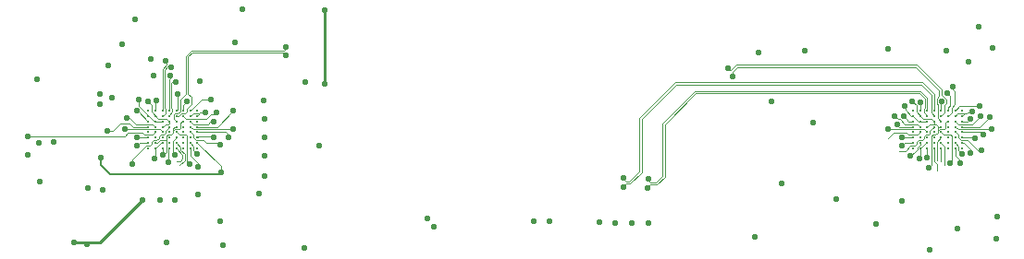
<source format=gbr>
G04 #@! TF.GenerationSoftware,KiCad,Pcbnew,5.0.2+dfsg1-1~bpo9+1*
G04 #@! TF.CreationDate,2019-09-20T17:36:01+02:00*
G04 #@! TF.ProjectId,OV9281,4f563932-3831-42e6-9b69-6361645f7063,rev?*
G04 #@! TF.SameCoordinates,Original*
G04 #@! TF.FileFunction,Copper,L4,Bot*
G04 #@! TF.FilePolarity,Positive*
%FSLAX46Y46*%
G04 Gerber Fmt 4.6, Leading zero omitted, Abs format (unit mm)*
G04 Created by KiCad (PCBNEW 5.0.2+dfsg1-1~bpo9+1) date Fri 20 Sep 2019 05:36:01 PM CEST*
%MOMM*%
%LPD*%
G01*
G04 APERTURE LIST*
G04 #@! TA.AperFunction,BGAPad,CuDef*
%ADD10C,0.200000*%
G04 #@! TD*
G04 #@! TA.AperFunction,ViaPad*
%ADD11C,0.550000*%
G04 #@! TD*
G04 #@! TA.AperFunction,Conductor*
%ADD12C,0.254000*%
G04 #@! TD*
G04 #@! TA.AperFunction,Conductor*
%ADD13C,0.100000*%
G04 #@! TD*
G04 #@! TA.AperFunction,Conductor*
%ADD14C,0.150000*%
G04 #@! TD*
G04 APERTURE END LIST*
D10*
G04 #@! TO.P,U2,H6*
G04 #@! TO.N,/M2_DOVDD*
X115712500Y-110786000D03*
G04 #@! TO.P,U2,H8*
G04 #@! TO.N,N/C*
X116992500Y-110786000D03*
G04 #@! TO.P,U2,H4*
G04 #@! TO.N,/CAM_R_CLK_N*
X114432500Y-110786000D03*
G04 #@! TO.P,U2,H5*
G04 #@! TO.N,/M2_DVDD*
X115072500Y-110786000D03*
G04 #@! TO.P,U2,H7*
G04 #@! TO.N,/M2_AGND*
X116352500Y-110786000D03*
G04 #@! TO.P,U2,H1*
G04 #@! TO.N,N/C*
X112512500Y-110786000D03*
G04 #@! TO.P,U2,H2*
G04 #@! TO.N,/M2_DOVDD*
X113152500Y-110786000D03*
G04 #@! TO.P,U2,H3*
G04 #@! TO.N,/CAM_R_D0_N*
X113792500Y-110786000D03*
G04 #@! TO.P,U2,G6*
G04 #@! TO.N,/M2_DVDD*
X115712500Y-111286000D03*
G04 #@! TO.P,U2,G8*
G04 #@! TO.N,/M2_AVDD*
X116992500Y-111286000D03*
G04 #@! TO.P,U2,G4*
G04 #@! TO.N,/CAM_R_CLK_P*
X114432500Y-111286000D03*
G04 #@! TO.P,U2,G5*
G04 #@! TO.N,/CAM_R_D1_P*
X115072500Y-111286000D03*
G04 #@! TO.P,U2,G7*
G04 #@! TO.N,/M2_AVDD*
X116352500Y-111286000D03*
G04 #@! TO.P,U2,G1*
G04 #@! TO.N,/M2_DVDD*
X112512500Y-111286000D03*
G04 #@! TO.P,U2,G2*
G04 #@! TO.N,/M2_DGND*
X113152500Y-111286000D03*
G04 #@! TO.P,U2,G3*
G04 #@! TO.N,/CAM_R_D0_P*
X113792500Y-111286000D03*
G04 #@! TO.P,U2,F6*
G04 #@! TO.N,/M2_DGND*
X115712500Y-111786000D03*
G04 #@! TO.P,U2,F8*
G04 #@! TO.N,/M2_AGND*
X116992500Y-111786000D03*
G04 #@! TO.P,U2,F4*
G04 #@! TO.N,/M2_DGND*
X114432500Y-111786000D03*
G04 #@! TO.P,U2,F5*
G04 #@! TO.N,/CAM_R_D1_N*
X115072500Y-111786000D03*
G04 #@! TO.P,U2,F7*
G04 #@! TO.N,/M2_VN3*
X116352500Y-111786000D03*
G04 #@! TO.P,U2,F1*
G04 #@! TO.N,/M2_DGND*
X112512500Y-111786000D03*
G04 #@! TO.P,U2,F2*
G04 #@! TO.N,/M2_DVDD*
X113152500Y-111786000D03*
G04 #@! TO.P,U2,F3*
X113792500Y-111786000D03*
G04 #@! TO.P,U2,E6*
G04 #@! TO.N,Net-(U2-PadE6)*
X115712500Y-112286000D03*
G04 #@! TO.P,U2,E8*
G04 #@! TO.N,/M2_VH*
X116992500Y-112286000D03*
G04 #@! TO.P,U2,E4*
G04 #@! TO.N,/M2_CAM_SCL_1V8*
X114432500Y-112286000D03*
G04 #@! TO.P,U2,E5*
G04 #@! TO.N,/M2_DGND*
X115072500Y-112286000D03*
G04 #@! TO.P,U2,E7*
G04 #@! TO.N,/M2_VN2*
X116352500Y-112286000D03*
G04 #@! TO.P,U2,E1*
G04 #@! TO.N,/M2_SID*
X112512500Y-112286000D03*
G04 #@! TO.P,U2,E2*
G04 #@! TO.N,/M2_MCLK_M*
X113152500Y-112286000D03*
G04 #@! TO.P,U2,E3*
G04 #@! TO.N,/M2_DGND*
X113792500Y-112286000D03*
G04 #@! TO.P,U2,D6*
G04 #@! TO.N,Net-(U2-PadD6)*
X115712500Y-112786000D03*
G04 #@! TO.P,U2,D8*
G04 #@! TO.N,/M2_DVDD*
X116992500Y-112786000D03*
G04 #@! TO.P,U2,D4*
G04 #@! TO.N,Net-(U2-PadD4)*
X114432500Y-112786000D03*
G04 #@! TO.P,U2,D5*
G04 #@! TO.N,/M2_PVDD*
X115072500Y-112786000D03*
G04 #@! TO.P,U2,D7*
G04 #@! TO.N,/M2_VN1*
X116352500Y-112786000D03*
G04 #@! TO.P,U2,D1*
G04 #@! TO.N,Net-(U2-PadD1)*
X112512500Y-112786000D03*
G04 #@! TO.P,U2,D2*
G04 #@! TO.N,/M2_AGND*
X113152500Y-112786000D03*
G04 #@! TO.P,U2,D3*
G04 #@! TO.N,/M2_DOVDD*
X113792500Y-112786000D03*
G04 #@! TO.P,U2,C6*
G04 #@! TO.N,Net-(U2-PadC6)*
X115712500Y-113286000D03*
G04 #@! TO.P,U2,C8*
G04 #@! TO.N,/M2_AGND*
X116992500Y-113286000D03*
G04 #@! TO.P,U2,C4*
G04 #@! TO.N,Net-(U2-PadC4)*
X114432500Y-113286000D03*
G04 #@! TO.P,U2,C5*
G04 #@! TO.N,/M2_DVDD*
X115072500Y-113286000D03*
G04 #@! TO.P,U2,C7*
G04 #@! TO.N,Net-(U2-PadC7)*
X116352500Y-113286000D03*
G04 #@! TO.P,U2,C1*
G04 #@! TO.N,/M2_AVDD*
X112512500Y-113286000D03*
G04 #@! TO.P,U2,C2*
G04 #@! TO.N,Net-(U2-PadC2)*
X113152500Y-113286000D03*
G04 #@! TO.P,U2,C3*
G04 #@! TO.N,Net-(U2-PadC3)*
X113792500Y-113286000D03*
G04 #@! TO.P,U2,B6*
G04 #@! TO.N,Net-(U2-PadB6)*
X115712500Y-113786000D03*
G04 #@! TO.P,U2,B8*
G04 #@! TO.N,/M2_AVDD*
X116992500Y-113786000D03*
G04 #@! TO.P,U2,B4*
G04 #@! TO.N,Net-(U2-PadB4)*
X114432500Y-113786000D03*
G04 #@! TO.P,U2,B5*
G04 #@! TO.N,/M2_VSYNC_1V8*
X115072500Y-113786000D03*
G04 #@! TO.P,U2,B7*
G04 #@! TO.N,/M2_DOVDD*
X116352500Y-113786000D03*
G04 #@! TO.P,U2,B1*
G04 #@! TO.N,/M2_DVDD*
X112512500Y-113786000D03*
G04 #@! TO.P,U2,B2*
G04 #@! TO.N,/M2_DGND*
X113152500Y-113786000D03*
G04 #@! TO.P,U2,B3*
G04 #@! TO.N,/M2_DVDD*
X113792500Y-113786000D03*
G04 #@! TO.P,U2,A8*
G04 #@! TO.N,N/C*
X116992500Y-114286000D03*
G04 #@! TO.P,U2,A7*
G04 #@! TO.N,/M2_DGND*
X116352500Y-114286000D03*
G04 #@! TO.P,U2,A6*
G04 #@! TO.N,Net-(U2-PadA6)*
X115712500Y-114286000D03*
G04 #@! TO.P,U2,A5*
G04 #@! TO.N,/CAM_NRST_1V8*
X115072500Y-114286000D03*
G04 #@! TO.P,U2,A4*
G04 #@! TO.N,/M2_CAM_SDA_1V8*
X114432500Y-114286000D03*
G04 #@! TO.P,U2,A3*
G04 #@! TO.N,/M2_DGND*
X113792500Y-114286000D03*
G04 #@! TO.P,U2,A2*
G04 #@! TO.N,/M2_DVDD*
X113152500Y-114286000D03*
G04 #@! TO.P,U2,A1*
G04 #@! TO.N,N/C*
X112512500Y-114286000D03*
G04 #@! TD*
G04 #@! TO.P,U1,H6*
G04 #@! TO.N,/M1_DOVDD*
X185712500Y-110786000D03*
G04 #@! TO.P,U1,H8*
G04 #@! TO.N,N/C*
X186992500Y-110786000D03*
G04 #@! TO.P,U1,H4*
G04 #@! TO.N,/CAM_L_CLK_N*
X184432500Y-110786000D03*
G04 #@! TO.P,U1,H5*
G04 #@! TO.N,/M1_DVDD*
X185072500Y-110786000D03*
G04 #@! TO.P,U1,H7*
G04 #@! TO.N,/M1_AGND*
X186352500Y-110786000D03*
G04 #@! TO.P,U1,H1*
G04 #@! TO.N,N/C*
X182512500Y-110786000D03*
G04 #@! TO.P,U1,H2*
G04 #@! TO.N,/M1_DOVDD*
X183152500Y-110786000D03*
G04 #@! TO.P,U1,H3*
G04 #@! TO.N,/CAM_L_D0_N*
X183792500Y-110786000D03*
G04 #@! TO.P,U1,G6*
G04 #@! TO.N,/M1_DVDD*
X185712500Y-111286000D03*
G04 #@! TO.P,U1,G8*
G04 #@! TO.N,/M1_AVDD*
X186992500Y-111286000D03*
G04 #@! TO.P,U1,G4*
G04 #@! TO.N,/CAM_L_CLK_P*
X184432500Y-111286000D03*
G04 #@! TO.P,U1,G5*
G04 #@! TO.N,/CAM_L_D1_P*
X185072500Y-111286000D03*
G04 #@! TO.P,U1,G7*
G04 #@! TO.N,/M1_AVDD*
X186352500Y-111286000D03*
G04 #@! TO.P,U1,G1*
G04 #@! TO.N,/M1_DVDD*
X182512500Y-111286000D03*
G04 #@! TO.P,U1,G2*
G04 #@! TO.N,/M1_DGND*
X183152500Y-111286000D03*
G04 #@! TO.P,U1,G3*
G04 #@! TO.N,/CAM_L_D0_P*
X183792500Y-111286000D03*
G04 #@! TO.P,U1,F6*
G04 #@! TO.N,/M1_DGND*
X185712500Y-111786000D03*
G04 #@! TO.P,U1,F8*
G04 #@! TO.N,/M1_AGND*
X186992500Y-111786000D03*
G04 #@! TO.P,U1,F4*
G04 #@! TO.N,/M1_DGND*
X184432500Y-111786000D03*
G04 #@! TO.P,U1,F5*
G04 #@! TO.N,/CAM_L_D1_N*
X185072500Y-111786000D03*
G04 #@! TO.P,U1,F7*
G04 #@! TO.N,/M1_VN3*
X186352500Y-111786000D03*
G04 #@! TO.P,U1,F1*
G04 #@! TO.N,/M1_DGND*
X182512500Y-111786000D03*
G04 #@! TO.P,U1,F2*
G04 #@! TO.N,/M1_DVDD*
X183152500Y-111786000D03*
G04 #@! TO.P,U1,F3*
X183792500Y-111786000D03*
G04 #@! TO.P,U1,E6*
G04 #@! TO.N,Net-(U1-PadE6)*
X185712500Y-112286000D03*
G04 #@! TO.P,U1,E8*
G04 #@! TO.N,/M1_VH*
X186992500Y-112286000D03*
G04 #@! TO.P,U1,E4*
G04 #@! TO.N,/M1_CAM_SCL_1V8*
X184432500Y-112286000D03*
G04 #@! TO.P,U1,E5*
G04 #@! TO.N,/M1_DGND*
X185072500Y-112286000D03*
G04 #@! TO.P,U1,E7*
G04 #@! TO.N,/M1_VN2*
X186352500Y-112286000D03*
G04 #@! TO.P,U1,E1*
G04 #@! TO.N,/M1_SID*
X182512500Y-112286000D03*
G04 #@! TO.P,U1,E2*
G04 #@! TO.N,/M1_MCLK*
X183152500Y-112286000D03*
G04 #@! TO.P,U1,E3*
G04 #@! TO.N,/M1_DGND*
X183792500Y-112286000D03*
G04 #@! TO.P,U1,D6*
G04 #@! TO.N,Net-(U1-PadD6)*
X185712500Y-112786000D03*
G04 #@! TO.P,U1,D8*
G04 #@! TO.N,/M1_DVDD*
X186992500Y-112786000D03*
G04 #@! TO.P,U1,D4*
G04 #@! TO.N,Net-(U1-PadD4)*
X184432500Y-112786000D03*
G04 #@! TO.P,U1,D5*
G04 #@! TO.N,/M1_PVDD*
X185072500Y-112786000D03*
G04 #@! TO.P,U1,D7*
G04 #@! TO.N,/M1_VN1*
X186352500Y-112786000D03*
G04 #@! TO.P,U1,D1*
G04 #@! TO.N,Net-(U1-PadD1)*
X182512500Y-112786000D03*
G04 #@! TO.P,U1,D2*
G04 #@! TO.N,/M1_AGND*
X183152500Y-112786000D03*
G04 #@! TO.P,U1,D3*
G04 #@! TO.N,/M1_DOVDD*
X183792500Y-112786000D03*
G04 #@! TO.P,U1,C6*
G04 #@! TO.N,Net-(U1-PadC6)*
X185712500Y-113286000D03*
G04 #@! TO.P,U1,C8*
G04 #@! TO.N,/M1_AGND*
X186992500Y-113286000D03*
G04 #@! TO.P,U1,C4*
G04 #@! TO.N,Net-(U1-PadC4)*
X184432500Y-113286000D03*
G04 #@! TO.P,U1,C5*
G04 #@! TO.N,/M1_DVDD*
X185072500Y-113286000D03*
G04 #@! TO.P,U1,C7*
G04 #@! TO.N,Net-(U1-PadC7)*
X186352500Y-113286000D03*
G04 #@! TO.P,U1,C1*
G04 #@! TO.N,/M1_AVDD*
X182512500Y-113286000D03*
G04 #@! TO.P,U1,C2*
G04 #@! TO.N,Net-(U1-PadC2)*
X183152500Y-113286000D03*
G04 #@! TO.P,U1,C3*
G04 #@! TO.N,Net-(U1-PadC3)*
X183792500Y-113286000D03*
G04 #@! TO.P,U1,B6*
G04 #@! TO.N,Net-(U1-PadB6)*
X185712500Y-113786000D03*
G04 #@! TO.P,U1,B8*
G04 #@! TO.N,/M1_AVDD*
X186992500Y-113786000D03*
G04 #@! TO.P,U1,B4*
G04 #@! TO.N,Net-(U1-PadB4)*
X184432500Y-113786000D03*
G04 #@! TO.P,U1,B5*
G04 #@! TO.N,/M1_VSYNC_1V8*
X185072500Y-113786000D03*
G04 #@! TO.P,U1,B7*
G04 #@! TO.N,/M1_DOVDD*
X186352500Y-113786000D03*
G04 #@! TO.P,U1,B1*
G04 #@! TO.N,/M1_DVDD*
X182512500Y-113786000D03*
G04 #@! TO.P,U1,B2*
G04 #@! TO.N,/M1_DGND*
X183152500Y-113786000D03*
G04 #@! TO.P,U1,B3*
G04 #@! TO.N,/M1_DVDD*
X183792500Y-113786000D03*
G04 #@! TO.P,U1,A8*
G04 #@! TO.N,N/C*
X186992500Y-114286000D03*
G04 #@! TO.P,U1,A7*
G04 #@! TO.N,/M1_DGND*
X186352500Y-114286000D03*
G04 #@! TO.P,U1,A6*
G04 #@! TO.N,Net-(U1-PadA6)*
X185712500Y-114286000D03*
G04 #@! TO.P,U1,A5*
G04 #@! TO.N,/CAM_NRST_1V8*
X185072500Y-114286000D03*
G04 #@! TO.P,U1,A4*
G04 #@! TO.N,/M1_CAM_SDA_1V8*
X184432500Y-114286000D03*
G04 #@! TO.P,U1,A3*
G04 #@! TO.N,/M1_DGND*
X183792500Y-114286000D03*
G04 #@! TO.P,U1,A2*
G04 #@! TO.N,/M1_DVDD*
X183152500Y-114286000D03*
G04 #@! TO.P,U1,A1*
G04 #@! TO.N,N/C*
X182512500Y-114286000D03*
G04 #@! TD*
D11*
G04 #@! TO.N,GND*
X190178000Y-120540000D03*
X184028000Y-123590000D03*
X119302500Y-123136000D03*
X108802500Y-106680000D03*
X111252500Y-102386000D03*
X120402500Y-104536000D03*
X112002500Y-119010990D03*
X128102500Y-114036000D03*
X158252500Y-121136000D03*
X156752500Y-121136000D03*
X155252500Y-121136000D03*
X153752500Y-121086000D03*
X149252500Y-120986000D03*
X147752500Y-120986000D03*
X181452500Y-119136000D03*
X179128000Y-121240000D03*
X169552500Y-109986000D03*
X180202500Y-105136000D03*
X106852502Y-123086000D03*
X112952500Y-107586000D03*
X105659361Y-122944832D03*
X185552500Y-105285998D03*
G04 #@! TO.N,+3V3*
X119102500Y-120986000D03*
X114152500Y-122936000D03*
X126802500Y-123436000D03*
X138052500Y-120736000D03*
X138652500Y-121436000D03*
X190152500Y-122586000D03*
X168052500Y-122385998D03*
X186552500Y-121636000D03*
X128652500Y-108386000D03*
X121152500Y-101486000D03*
X128652500Y-101585994D03*
G04 #@! TO.N,+2V8*
X173352500Y-111936000D03*
X102521736Y-113785335D03*
X101452500Y-114886000D03*
G04 #@! TO.N,+1V8*
X112752500Y-106034577D03*
X110102500Y-104736000D03*
X188502500Y-103086000D03*
X189752500Y-105036000D03*
X172552500Y-105336000D03*
X168352500Y-105436000D03*
X187602494Y-106286000D03*
X126852500Y-108186000D03*
X117252500Y-108086000D03*
X102352500Y-107886000D03*
G04 #@! TO.N,+1V2*
X102552500Y-117286000D03*
X175502500Y-118936000D03*
X170452500Y-117486000D03*
G04 #@! TO.N,/CAM_L_D1_P*
X165532500Y-106926000D03*
G04 #@! TO.N,/CAM_L_D1_N*
X165942500Y-107646000D03*
G04 #@! TO.N,/CAM_R_D1_N*
X125102500Y-104996000D03*
G04 #@! TO.N,/CAM_R_D1_P*
X125112500Y-105736000D03*
G04 #@! TO.N,/CAM_L_CLK_P*
X156012500Y-117836000D03*
G04 #@! TO.N,/CAM_L_CLK_N*
X156022500Y-116966000D03*
G04 #@! TO.N,/CAM_R_CLK_N*
X114542500Y-107546000D03*
G04 #@! TO.N,/CAM_R_CLK_P*
X115042500Y-108136000D03*
G04 #@! TO.N,/CAM_L_D0_N*
X158242500Y-117056000D03*
G04 #@! TO.N,/CAM_L_D0_P*
X158212500Y-117916000D03*
G04 #@! TO.N,/CAM_R_D0_N*
X114102500Y-106266000D03*
G04 #@! TO.N,/CAM_R_D0_P*
X114632500Y-106836000D03*
G04 #@! TO.N,/M1_DOVDD*
X186990000Y-114820000D03*
X183140000Y-110020000D03*
X180225000Y-112525000D03*
X185619792Y-109207262D03*
G04 #@! TO.N,/M1_AGND*
X187752500Y-111586000D03*
X188190000Y-113320000D03*
X188602500Y-110386000D03*
G04 #@! TO.N,/M1_DVDD*
X183060000Y-115240000D03*
X181760000Y-110360000D03*
X181460000Y-114020000D03*
X188921426Y-113033159D03*
X186172500Y-108596000D03*
X185090009Y-109960000D03*
G04 #@! TO.N,/M1_AVDD*
X187730000Y-114660000D03*
X187952500Y-110886000D03*
X181440000Y-113290000D03*
G04 #@! TO.N,/M1_DGND*
X186822500Y-115596000D03*
X183790000Y-115100000D03*
X182430000Y-109940000D03*
X182270000Y-114980000D03*
X183920000Y-116010000D03*
X181609254Y-111291699D03*
G04 #@! TO.N,/M1_VN3*
X188702520Y-111286000D03*
G04 #@! TO.N,/M1_VH*
X189502500Y-111386000D03*
G04 #@! TO.N,/M1_VN2*
X189652500Y-112536004D03*
G04 #@! TO.N,/M1_SID*
X181025000Y-112036000D03*
G04 #@! TO.N,/M1_MCLK*
X180825000Y-111300000D03*
G04 #@! TO.N,/M1_PVDD*
X185852500Y-115636000D03*
G04 #@! TO.N,/M1_VN1*
X188752500Y-114436000D03*
G04 #@! TO.N,/M2_DOVDD*
X116992500Y-114820000D03*
X113262500Y-109866000D03*
X115992500Y-109996000D03*
X110352521Y-112473811D03*
G04 #@! TO.N,/M2_AGND*
X103852500Y-113686000D03*
X122652500Y-118386000D03*
X118482500Y-113276000D03*
X123052500Y-109885992D03*
X123152500Y-111586000D03*
X123152500Y-113286000D03*
X123152500Y-114985994D03*
X123152500Y-116786000D03*
X101436159Y-113161289D03*
X118234294Y-109767794D03*
G04 #@! TO.N,/M2_DVDD*
X111462500Y-114020000D03*
X113062500Y-115240000D03*
X119872500Y-113286000D03*
X118712500Y-110946000D03*
X115152500Y-109286000D03*
X111652500Y-109786000D03*
X114952500Y-114886000D03*
G04 #@! TO.N,/M2_AVDD*
X117702500Y-110970000D03*
X111442500Y-113290000D03*
X119126000Y-116486002D03*
X108152500Y-115130000D03*
G04 #@! TO.N,/M2_DGND*
X112471751Y-109936215D03*
X109152500Y-109586000D03*
X114952500Y-118986000D03*
X113552500Y-118986000D03*
X106952496Y-117886000D03*
X108352500Y-118086000D03*
X113852500Y-114886000D03*
X117052500Y-118486000D03*
X108052500Y-110186000D03*
X108052502Y-109286000D03*
X117062500Y-115986000D03*
X111456145Y-110782590D03*
G04 #@! TO.N,/M2_VN3*
X118525000Y-111806000D03*
G04 #@! TO.N,/M2_VH*
X120295000Y-110786000D03*
G04 #@! TO.N,/M2_CAM_SCL_1V8*
X111002500Y-115686000D03*
G04 #@! TO.N,/M2_VN2*
X120265000Y-112536000D03*
G04 #@! TO.N,/M2_SID*
X108745000Y-112636000D03*
G04 #@! TO.N,/M2_MCLK_M*
X110562500Y-111476000D03*
G04 #@! TO.N,/M2_PVDD*
X116277500Y-115750000D03*
G04 #@! TO.N,/M2_VN1*
X119042500Y-113926000D03*
G04 #@! TO.N,/M2_CAM_SDA_1V8*
X114352500Y-115536000D03*
G04 #@! TD*
D12*
G04 #@! TO.N,GND*
X106048269Y-122944832D02*
X105659361Y-122944832D01*
X112002500Y-119010990D02*
X108068658Y-122944832D01*
X108068658Y-122944832D02*
X106048269Y-122944832D01*
G04 #@! TO.N,+3V3*
X128652500Y-108386000D02*
X128652500Y-101585994D01*
D13*
G04 #@! TO.N,/CAM_L_D1_P*
X166311078Y-106586000D02*
X165823211Y-107073867D01*
X182861073Y-106586000D02*
X166311078Y-106586000D01*
X185112510Y-108837437D02*
X182861073Y-106586000D01*
X185552500Y-109776498D02*
X185112510Y-109336508D01*
X185112510Y-109336508D02*
X185112510Y-108837437D01*
X185072500Y-111286000D02*
X185372501Y-110985999D01*
X165823211Y-107073867D02*
X165540367Y-107073867D01*
X185372501Y-110323501D02*
X185552500Y-110143502D01*
X185552500Y-110143502D02*
X185552500Y-109776498D01*
X185372501Y-110985999D02*
X185372501Y-110323501D01*
G04 #@! TO.N,/CAM_L_D1_N*
X185070000Y-111790000D02*
X185072500Y-111787500D01*
X165964633Y-107498133D02*
X165964633Y-107215289D01*
X184862500Y-108940994D02*
X184862500Y-109476000D01*
X165964633Y-107215289D02*
X166393922Y-106786000D01*
X185072500Y-111787500D02*
X185072500Y-111786000D01*
X166393922Y-106786000D02*
X182707506Y-106786000D01*
X182707506Y-106786000D02*
X184862500Y-108940994D01*
X184792499Y-110281901D02*
X184792499Y-111512499D01*
X184664999Y-110154401D02*
X184792499Y-110281901D01*
X184862500Y-109476000D02*
X184664999Y-109673501D01*
X184792499Y-111512499D02*
X185070000Y-111790000D01*
X184664999Y-109673501D02*
X184664999Y-110154401D01*
G04 #@! TO.N,/CAM_R_D1_N*
X115075000Y-111787500D02*
X115072500Y-111790000D01*
X115075000Y-111786000D02*
X115075000Y-111787500D01*
X114812500Y-111526000D02*
X115072500Y-111786000D01*
X114812500Y-111166000D02*
X114812500Y-111526000D01*
X114942500Y-111036000D02*
X114812500Y-111166000D01*
X115402500Y-110856000D02*
X115222500Y-111036000D01*
X124912500Y-105276000D02*
X116431078Y-105276000D01*
X115222500Y-111036000D02*
X114942500Y-111036000D01*
X125112500Y-105076000D02*
X124912500Y-105276000D01*
X116431078Y-105276000D02*
X115942500Y-105764578D01*
X115942500Y-109256000D02*
X115402500Y-109796000D01*
X115402500Y-109796000D02*
X115402500Y-110856000D01*
X115942500Y-105764578D02*
X115942500Y-109256000D01*
G04 #@! TO.N,/CAM_R_D1_P*
X124912500Y-105476000D02*
X125112500Y-105676000D01*
X116513922Y-105476000D02*
X124912500Y-105476000D01*
X116142500Y-105847422D02*
X116513922Y-105476000D01*
X116142500Y-109276000D02*
X116142500Y-105847422D01*
X116422500Y-109556000D02*
X116142500Y-109276000D01*
X115292500Y-111286000D02*
X115542500Y-111036000D01*
X115072500Y-111286000D02*
X115292500Y-111286000D01*
X116052500Y-110596000D02*
X116422500Y-110226000D01*
X115542500Y-111036000D02*
X115902500Y-111036000D01*
X115902500Y-111036000D02*
X116052500Y-110886000D01*
X116422500Y-110226000D02*
X116422500Y-109556000D01*
X116052500Y-110886000D02*
X116052500Y-110596000D01*
G04 #@! TO.N,/CAM_L_CLK_P*
X184152499Y-111005999D02*
X184432500Y-111286000D01*
X184152499Y-110651599D02*
X184152499Y-111005999D01*
X184222500Y-110581598D02*
X184152499Y-110651599D01*
X157685000Y-116453494D02*
X157685000Y-111563494D01*
X160833494Y-108415000D02*
X183256506Y-108415000D01*
X156060000Y-117710000D02*
X156255000Y-117515000D01*
X156255000Y-117515000D02*
X156623494Y-117515000D01*
X156623494Y-117515000D02*
X157685000Y-116453494D01*
X184222500Y-109380994D02*
X184222500Y-110581598D01*
X157685000Y-111563494D02*
X160833494Y-108415000D01*
X183256506Y-108415000D02*
X184222500Y-109380994D01*
G04 #@! TO.N,/CAM_L_CLK_N*
X157475000Y-111476506D02*
X160746506Y-108205000D01*
X157475000Y-116366506D02*
X157475000Y-111476506D01*
X156536506Y-117305000D02*
X157475000Y-116366506D01*
X156255000Y-117305000D02*
X156536506Y-117305000D01*
X160746506Y-108205000D02*
X183343494Y-108205000D01*
X183343494Y-108205000D02*
X184432500Y-109294006D01*
X184432500Y-109294006D02*
X184432500Y-110786000D01*
X156060000Y-117110000D02*
X156255000Y-117305000D01*
G04 #@! TO.N,/CAM_R_CLK_N*
X114432500Y-110786000D02*
X114432500Y-107904578D01*
X114432500Y-107904578D02*
X114530367Y-107806711D01*
X114530367Y-107806711D02*
X114530367Y-107523867D01*
G04 #@! TO.N,/CAM_R_CLK_P*
X114432500Y-111196000D02*
X114702500Y-110926000D01*
X114702500Y-110926000D02*
X114702500Y-110616000D01*
X114704634Y-108198132D02*
X114954633Y-107948133D01*
X114702500Y-110616000D02*
X114632500Y-110546000D01*
X114432500Y-111286000D02*
X114432500Y-111196000D01*
X114632500Y-110546000D02*
X114632500Y-108270266D01*
X114632500Y-108270266D02*
X114704634Y-108198132D01*
G04 #@! TO.N,/CAM_L_D0_N*
X183792500Y-109584006D02*
X183213494Y-109005000D01*
X183792500Y-110786000D02*
X183792500Y-109584006D01*
X183213494Y-109005000D02*
X162526506Y-109005000D01*
X162526506Y-109005000D02*
X159565000Y-111966506D01*
X159565000Y-111966506D02*
X159565000Y-116806506D01*
X159565000Y-116806506D02*
X158986506Y-117385000D01*
X158986506Y-117385000D02*
X158435000Y-117385000D01*
X158435000Y-117385000D02*
X158240000Y-117190000D01*
G04 #@! TO.N,/CAM_L_D0_P*
X162613494Y-109215000D02*
X159775000Y-112053494D01*
X183582500Y-110581598D02*
X183582500Y-109670994D01*
X183582500Y-111072500D02*
X183500000Y-110990000D01*
X183126506Y-109215000D02*
X162613494Y-109215000D01*
X183792500Y-111286000D02*
X183582500Y-111076000D01*
X183582500Y-111076000D02*
X183582500Y-111072500D01*
X183500000Y-110990000D02*
X183500000Y-110664098D01*
X183582500Y-109670994D02*
X183126506Y-109215000D01*
X183500000Y-110664098D02*
X183582500Y-110581598D01*
X159775000Y-112053494D02*
X159775000Y-116893494D01*
X158435000Y-117595000D02*
X158240000Y-117790000D01*
X159073494Y-117595000D02*
X158435000Y-117595000D01*
X159775000Y-116893494D02*
X159073494Y-117595000D01*
G04 #@! TO.N,/CAM_R_D0_N*
X113792500Y-106954578D02*
X114140367Y-106606711D01*
X113792500Y-110786000D02*
X113792500Y-106954578D01*
X114140367Y-106606711D02*
X114140367Y-106323867D01*
G04 #@! TO.N,/CAM_R_D0_P*
X113992500Y-107037422D02*
X114281789Y-106748133D01*
X113792500Y-111286000D02*
X114062500Y-111016000D01*
X114281789Y-106748133D02*
X114564633Y-106748133D01*
X113992500Y-110546000D02*
X113992500Y-107037422D01*
X114062500Y-110616000D02*
X113992500Y-110546000D01*
X114062500Y-111016000D02*
X114062500Y-110616000D01*
G04 #@! TO.N,/M1_DOVDD*
X186632501Y-114066001D02*
X186632501Y-114462501D01*
X186352500Y-113786000D02*
X186632501Y-114066001D01*
X186632501Y-114462501D02*
X186990000Y-114820000D01*
X183152500Y-110032500D02*
X183140000Y-110020000D01*
X183152500Y-110786000D02*
X183152500Y-110032500D01*
X183542500Y-112536000D02*
X182711000Y-112536000D01*
X183792500Y-112786000D02*
X183542500Y-112536000D01*
X181175000Y-112536000D02*
X180789000Y-112536000D01*
X182711000Y-112536000D02*
X181175000Y-112536000D01*
X181175000Y-112536000D02*
X180236000Y-112536000D01*
X180236000Y-112536000D02*
X180225000Y-112525000D01*
X185712500Y-110786000D02*
X185712500Y-110493932D01*
X185869791Y-109457261D02*
X185619792Y-109207262D01*
X185869791Y-110336641D02*
X185869791Y-109457261D01*
X185712500Y-110493932D02*
X185869791Y-110336641D01*
G04 #@! TO.N,/M1_AGND*
X186992500Y-111786000D02*
X187524000Y-111786000D01*
X187524000Y-111786000D02*
X187680000Y-111630000D01*
X180700000Y-112850000D02*
X180225000Y-113325000D01*
X181925000Y-112850000D02*
X180700000Y-112850000D01*
X182111000Y-113036000D02*
X181925000Y-112850000D01*
X182902500Y-113036000D02*
X182111000Y-113036000D01*
X183152500Y-112786000D02*
X182902500Y-113036000D01*
X188156000Y-113286000D02*
X188190000Y-113320000D01*
X186992500Y-113286000D02*
X188156000Y-113286000D01*
X188248947Y-110386000D02*
X188602500Y-110386000D01*
X186752500Y-110386000D02*
X188248947Y-110386000D01*
X186352500Y-110786000D02*
X186752500Y-110386000D01*
G04 #@! TO.N,/M1_DVDD*
X184712501Y-113645999D02*
X184712501Y-115402501D01*
X185072500Y-113286000D02*
X184712501Y-113645999D01*
X183652500Y-113786000D02*
X183152500Y-114286000D01*
X183792500Y-113786000D02*
X183652500Y-113786000D01*
X183152500Y-115147500D02*
X183060000Y-115240000D01*
X183152500Y-114286000D02*
X183152500Y-115147500D01*
X182335724Y-111286000D02*
X181780000Y-110730276D01*
X182512500Y-111286000D02*
X182335724Y-111286000D01*
X181780000Y-110380000D02*
X181760000Y-110360000D01*
X181780000Y-110730276D02*
X181780000Y-110380000D01*
X182512500Y-113786000D02*
X181694000Y-113786000D01*
X181694000Y-113786000D02*
X181460000Y-114020000D01*
X183792500Y-111786000D02*
X183152500Y-111786000D01*
X183012500Y-111786000D02*
X182512500Y-111286000D01*
X183152500Y-111786000D02*
X183012500Y-111786000D01*
X186992500Y-112786000D02*
X188674267Y-112786000D01*
X188674267Y-112786000D02*
X188921426Y-113033159D01*
X185712500Y-111286000D02*
X186040010Y-110958490D01*
X186040010Y-110958490D02*
X186040010Y-110519990D01*
X186329371Y-110230629D02*
X186329371Y-108997585D01*
X186040010Y-110519990D02*
X186329371Y-110230629D01*
X186329371Y-108997585D02*
X186079372Y-108747586D01*
X185072500Y-109977509D02*
X185090009Y-109960000D01*
X185072500Y-110786000D02*
X185072500Y-109977509D01*
G04 #@! TO.N,/M1_AVDD*
X187169276Y-113786000D02*
X187730000Y-114346724D01*
X186992500Y-113786000D02*
X187169276Y-113786000D01*
X187730000Y-114346724D02*
X187730000Y-114660000D01*
X186352500Y-111286000D02*
X186572499Y-111066001D01*
X187433999Y-111066001D02*
X187510000Y-110990000D01*
X187117499Y-111161001D02*
X187117499Y-111158502D01*
X187117499Y-111158502D02*
X187210000Y-111066001D01*
X186992500Y-111286000D02*
X187117499Y-111161001D01*
X186572499Y-111066001D02*
X187210000Y-111066001D01*
X187210000Y-111066001D02*
X187433999Y-111066001D01*
X187680000Y-110990000D02*
X187700000Y-110970000D01*
X187510000Y-110990000D02*
X187680000Y-110990000D01*
X181444000Y-113286000D02*
X181440000Y-113290000D01*
X182512500Y-113286000D02*
X181444000Y-113286000D01*
G04 #@! TO.N,/M1_DGND*
X186352500Y-114286000D02*
X186352500Y-114932500D01*
X186352500Y-114932500D02*
X186880000Y-115460000D01*
X183792500Y-115097500D02*
X183790000Y-115100000D01*
X183792500Y-114286000D02*
X183792500Y-115097500D01*
X182792501Y-110926001D02*
X182792501Y-110302501D01*
X183152500Y-111286000D02*
X182792501Y-110926001D01*
X182792501Y-110302501D02*
X182430000Y-109940000D01*
X184895724Y-112286000D02*
X184770000Y-112411724D01*
X185072500Y-112286000D02*
X184895724Y-112286000D01*
X184770000Y-112411724D02*
X184770000Y-112620000D01*
X183917499Y-112161001D02*
X183792500Y-112286000D01*
X184042501Y-112035999D02*
X183917499Y-112161001D01*
X184595999Y-112035999D02*
X184042501Y-112035999D01*
X184505723Y-112035999D02*
X184595999Y-112035999D01*
X184432500Y-111962776D02*
X184505723Y-112035999D01*
X184432500Y-111786000D02*
X184432500Y-111962776D01*
X184770000Y-112620000D02*
X184770000Y-112210000D01*
X184770000Y-112210000D02*
X184595999Y-112035999D01*
X185712500Y-111786000D02*
X185572500Y-111786000D01*
X184920000Y-112525000D02*
X185350000Y-112525000D01*
X184770000Y-112620000D02*
X184770000Y-112675000D01*
X184770000Y-112675000D02*
X184920000Y-112525000D01*
X185433500Y-112441500D02*
X185433500Y-111925000D01*
X185350000Y-112525000D02*
X185433500Y-112441500D01*
X185572500Y-111786000D02*
X185433500Y-111925000D01*
X182762501Y-114487499D02*
X182270000Y-114980000D01*
X183152500Y-113786000D02*
X183152500Y-113897500D01*
X183152500Y-113897500D02*
X182900000Y-114150000D01*
X182900000Y-114150000D02*
X182900000Y-114350000D01*
X182900000Y-114350000D02*
X182762501Y-114487499D01*
X184182500Y-111536000D02*
X184307501Y-111661001D01*
X184307501Y-111661001D02*
X184432500Y-111786000D01*
X183402500Y-111536000D02*
X184182500Y-111536000D01*
X183152500Y-111286000D02*
X183402500Y-111536000D01*
X184274000Y-113036000D02*
X184179999Y-113130001D01*
X184179999Y-115750001D02*
X184169999Y-115760001D01*
X184770000Y-112818502D02*
X184552502Y-113036000D01*
X184179999Y-113130001D02*
X184179999Y-115750001D01*
X184552502Y-113036000D02*
X184274000Y-113036000D01*
X184169999Y-115760001D02*
X183920000Y-116010000D01*
X184770000Y-112675000D02*
X184770000Y-112818502D01*
X182512500Y-111786000D02*
X182103555Y-111786000D01*
X182103555Y-111786000D02*
X181884253Y-111566698D01*
X181884253Y-111566698D02*
X181609254Y-111291699D01*
G04 #@! TO.N,/M1_VN3*
X186352500Y-111786000D02*
X186602500Y-112036000D01*
X187952520Y-112036000D02*
X188452521Y-111535999D01*
X188452521Y-111535999D02*
X188702520Y-111286000D01*
X186602500Y-112036000D02*
X187952520Y-112036000D01*
G04 #@! TO.N,/M1_VH*
X189252501Y-111635999D02*
X189502500Y-111386000D01*
X188602500Y-112286000D02*
X189252501Y-111635999D01*
X186992500Y-112286000D02*
X188602500Y-112286000D01*
G04 #@! TO.N,/M1_CAM_SCL_1V8*
X184307501Y-112410999D02*
X184307501Y-112417499D01*
X184432500Y-112286000D02*
X184307501Y-112410999D01*
X183314000Y-113536000D02*
X182989000Y-113536000D01*
X182989000Y-113536000D02*
X182850000Y-113675000D01*
X183475000Y-113200000D02*
X183475000Y-113375000D01*
X183475000Y-113375000D02*
X183314000Y-113536000D01*
X182850000Y-113675000D02*
X182850000Y-113818502D01*
X184307501Y-112410999D02*
X184042501Y-112675999D01*
X184042501Y-112675999D02*
X184042501Y-112906001D01*
X183639000Y-113036000D02*
X183475000Y-113200000D01*
X184042501Y-112906001D02*
X183912502Y-113036000D01*
X183912502Y-113036000D02*
X183639000Y-113036000D01*
X182850000Y-113818502D02*
X182632502Y-114036000D01*
X182632502Y-114036000D02*
X182264000Y-114036000D01*
X182264000Y-114036000D02*
X181775000Y-114525000D01*
X181775000Y-114525000D02*
X181225000Y-114525000D01*
G04 #@! TO.N,/M1_VN2*
X186602500Y-112536000D02*
X189298943Y-112536000D01*
X186352500Y-112286000D02*
X186602500Y-112536000D01*
X189298947Y-112536004D02*
X189652500Y-112536004D01*
X189298943Y-112536000D02*
X189298947Y-112536004D01*
G04 #@! TO.N,/M1_SID*
X181211000Y-112286000D02*
X181025000Y-112100000D01*
X182512500Y-112286000D02*
X181211000Y-112286000D01*
G04 #@! TO.N,/M1_MCLK*
X182902500Y-112036000D02*
X183152500Y-112286000D01*
X180825000Y-111300000D02*
X181099999Y-111574999D01*
X181291499Y-111574999D02*
X181752500Y-112036000D01*
X181099999Y-111574999D02*
X181291499Y-111574999D01*
X181752500Y-112036000D02*
X182902500Y-112036000D01*
G04 #@! TO.N,/M1_PVDD*
X186052500Y-115436000D02*
X185852500Y-115636000D01*
X185936000Y-113036000D02*
X186052500Y-113152500D01*
X186052500Y-113152500D02*
X186052500Y-115436000D01*
X185072500Y-112786000D02*
X185322500Y-113036000D01*
X185322500Y-113036000D02*
X185936000Y-113036000D01*
G04 #@! TO.N,/M1_VN1*
X188398947Y-114436000D02*
X188752500Y-114436000D01*
X186352500Y-112786000D02*
X186602501Y-113036001D01*
X186602501Y-113036001D02*
X186602501Y-113266003D01*
X187498947Y-113536000D02*
X188398947Y-114436000D01*
X186872498Y-113536000D02*
X187498947Y-113536000D01*
X186602501Y-113266003D02*
X186872498Y-113536000D01*
G04 #@! TO.N,/M1_VSYNC_1V8*
X185072500Y-113786000D02*
X185375000Y-114088500D01*
X185375000Y-114088500D02*
X185375000Y-115800000D01*
G04 #@! TO.N,/CAM_NRST_1V8*
X185072500Y-114286000D02*
X185072500Y-114672500D01*
X185072500Y-114672500D02*
X185072500Y-115447500D01*
X115420004Y-115447500D02*
X115075000Y-115447500D01*
X115075000Y-114286000D02*
X115075000Y-114301360D01*
X115075000Y-114301360D02*
X115627479Y-114853839D01*
X115627479Y-115240025D02*
X115420004Y-115447500D01*
X115627479Y-114853839D02*
X115627479Y-115240025D01*
G04 #@! TO.N,/M1_CAM_SDA_1V8*
X184432500Y-114286000D02*
X184432500Y-115466089D01*
X184680000Y-115713589D02*
X184680000Y-116340000D01*
X184432500Y-115466089D02*
X184680000Y-115713589D01*
G04 #@! TO.N,/M2_DOVDD*
X113545000Y-112536000D02*
X112713500Y-112536000D01*
X113795000Y-112786000D02*
X113545000Y-112536000D01*
X111177500Y-112536000D02*
X110791500Y-112536000D01*
X112713500Y-112536000D02*
X111177500Y-112536000D01*
X116635001Y-114066001D02*
X116635001Y-114462501D01*
X116355000Y-113786000D02*
X116635001Y-114066001D01*
X116635001Y-114462501D02*
X116992500Y-114820000D01*
X113155000Y-110032500D02*
X113142500Y-110020000D01*
X113155000Y-110786000D02*
X113155000Y-110032500D01*
X115742501Y-110245999D02*
X115992500Y-109996000D01*
X115715000Y-110786000D02*
X115715000Y-110273500D01*
X115715000Y-110273500D02*
X115742501Y-110245999D01*
X110301332Y-112525000D02*
X110352521Y-112473811D01*
X110227500Y-112525000D02*
X110301332Y-112525000D01*
X110706074Y-112473811D02*
X110352521Y-112473811D01*
X111177500Y-112536000D02*
X110768263Y-112536000D01*
X110768263Y-112536000D02*
X110706074Y-112473811D01*
G04 #@! TO.N,/M2_AGND*
X116995000Y-111786000D02*
X117035000Y-111746000D01*
X116995000Y-113286000D02*
X117095000Y-113186000D01*
X117095000Y-113186000D02*
X118398947Y-113186000D01*
X113155000Y-112786000D02*
X112905000Y-113036000D01*
X112905000Y-113036000D02*
X112113500Y-113036000D01*
X101825067Y-113161289D02*
X101436159Y-113161289D01*
X110642053Y-112850000D02*
X110330764Y-113161289D01*
X111927500Y-112850000D02*
X110642053Y-112850000D01*
X112113500Y-113036000D02*
X111927500Y-112850000D01*
X110330764Y-113161289D02*
X101825067Y-113161289D01*
X117845386Y-109767794D02*
X118234294Y-109767794D01*
X116355000Y-110786000D02*
X117373206Y-109767794D01*
X117373206Y-109767794D02*
X117845386Y-109767794D01*
G04 #@! TO.N,/M2_DVDD*
X112515000Y-113786000D02*
X111696500Y-113786000D01*
X111696500Y-113786000D02*
X111462500Y-114020000D01*
X113655000Y-113786000D02*
X113155000Y-114286000D01*
X113795000Y-113786000D02*
X113655000Y-113786000D01*
X113155000Y-115147500D02*
X113062500Y-115240000D01*
X113155000Y-114286000D02*
X113155000Y-115147500D01*
X116995000Y-112786000D02*
X119602502Y-112786000D01*
X119652503Y-112836001D02*
X119902502Y-113086000D01*
X119602502Y-112786000D02*
X119652503Y-112836001D01*
X115712500Y-111286000D02*
X115962500Y-111536000D01*
X117842672Y-111536000D02*
X118233661Y-111145011D01*
X118242289Y-111145011D02*
X118631197Y-111145011D01*
X115962500Y-111536000D02*
X117842672Y-111536000D01*
X118233661Y-111145011D02*
X118242289Y-111145011D01*
X115077500Y-110782000D02*
X115152500Y-110707000D01*
X115152500Y-110707000D02*
X115152500Y-109639553D01*
X115152500Y-109639553D02*
X115152500Y-109286000D01*
X113073422Y-111786000D02*
X111652500Y-110365078D01*
X111652500Y-110174908D02*
X111652500Y-109786000D01*
X113795000Y-111786000D02*
X113073422Y-111786000D01*
X111652500Y-110365078D02*
X111652500Y-110174908D01*
X114777501Y-113583499D02*
X114777501Y-114711001D01*
X114777501Y-114711001D02*
X114952500Y-114886000D01*
X115075000Y-113286000D02*
X114777501Y-113583499D01*
G04 #@! TO.N,/M2_AVDD*
X111446500Y-113286000D02*
X111442500Y-113290000D01*
X112515000Y-113286000D02*
X111446500Y-113286000D01*
X117512500Y-110990000D02*
X117682500Y-110990000D01*
X117682500Y-110990000D02*
X117702500Y-110970000D01*
X116604999Y-111036001D02*
X116355000Y-111286000D01*
X117112501Y-111036001D02*
X116604999Y-111036001D01*
X116995000Y-111286000D02*
X117119999Y-111161001D01*
X117178502Y-110970000D02*
X117702500Y-110970000D01*
X117112501Y-111036001D02*
X117178502Y-110970000D01*
X117119999Y-111043499D02*
X117112501Y-111036001D01*
X117119999Y-111161001D02*
X117119999Y-111043499D01*
X116995000Y-113786000D02*
X119126000Y-115917000D01*
X119126000Y-116097094D02*
X119126000Y-116486002D01*
X119126000Y-115917000D02*
X119126000Y-116097094D01*
D14*
X108152500Y-115786000D02*
X108152500Y-115130000D01*
X109022501Y-116656001D02*
X108152500Y-115786000D01*
X119126000Y-116486002D02*
X118956001Y-116656001D01*
X118956001Y-116656001D02*
X109022501Y-116656001D01*
D13*
G04 #@! TO.N,/M2_DGND*
X115715000Y-111786000D02*
X115575000Y-111786000D01*
X114922500Y-112525000D02*
X115352500Y-112525000D01*
X114772500Y-112620000D02*
X114772500Y-112675000D01*
X114772500Y-112675000D02*
X114922500Y-112525000D01*
X115436000Y-112441500D02*
X115436000Y-111925000D01*
X115352500Y-112525000D02*
X115436000Y-112441500D01*
X115575000Y-111786000D02*
X115436000Y-111925000D01*
X114898224Y-112286000D02*
X114772500Y-112411724D01*
X115075000Y-112286000D02*
X114898224Y-112286000D01*
X114772500Y-112411724D02*
X114772500Y-112620000D01*
X114276500Y-113036000D02*
X114142502Y-113169998D01*
X114555002Y-113036000D02*
X114276500Y-113036000D01*
X114772500Y-112818502D02*
X114555002Y-113036000D01*
X114772500Y-112675000D02*
X114772500Y-112818502D01*
X113795000Y-114286000D02*
X113782500Y-114298500D01*
X113202492Y-113736008D02*
X113152500Y-113786000D01*
X113352490Y-113736008D02*
X113202492Y-113736008D01*
X113552498Y-113536000D02*
X113352490Y-113736008D01*
X114092502Y-113536000D02*
X113552498Y-113536000D01*
X114142502Y-113486000D02*
X114092502Y-113536000D01*
X114142502Y-113169998D02*
X114142502Y-113486000D01*
X113792500Y-114286000D02*
X113792500Y-114427421D01*
X113792500Y-114427421D02*
X113802500Y-114437421D01*
X112721750Y-110186214D02*
X112471751Y-109936215D01*
X112795001Y-110259465D02*
X112721750Y-110186214D01*
X112795001Y-110926001D02*
X112795001Y-110259465D01*
X113795000Y-112286000D02*
X114045001Y-112035999D01*
X114361777Y-112035999D02*
X114435000Y-111962776D01*
X113405000Y-111536000D02*
X112795001Y-110926001D01*
X114185000Y-111536000D02*
X113405000Y-111536000D01*
X114045001Y-112035999D02*
X114361777Y-112035999D01*
X114435000Y-111962776D02*
X114435000Y-111786000D01*
X114435000Y-111786000D02*
X114185000Y-111536000D01*
X113792500Y-114286000D02*
X113792500Y-114826000D01*
X113792500Y-114826000D02*
X113852500Y-114886000D01*
X114142502Y-114595998D02*
X113852500Y-114886000D01*
X114142502Y-113486000D02*
X114142502Y-114595998D01*
X116355000Y-114866000D02*
X116355000Y-114948500D01*
X116355000Y-114286000D02*
X116355000Y-114866000D01*
X116355000Y-114866000D02*
X116355000Y-114932500D01*
X116355000Y-114948500D02*
X117062500Y-115656000D01*
X117062500Y-115656000D02*
X117062500Y-115986000D01*
X112512500Y-111786000D02*
X111509090Y-110782590D01*
X111509090Y-110782590D02*
X111456145Y-110782590D01*
G04 #@! TO.N,/M2_VN3*
X116605000Y-112036000D02*
X116355000Y-111786000D01*
X117941447Y-112036000D02*
X116605000Y-112036000D01*
X118171447Y-111806000D02*
X117941447Y-112036000D01*
X118525000Y-111806000D02*
X118171447Y-111806000D01*
G04 #@! TO.N,/M2_VH*
X118092500Y-112290000D02*
X118791000Y-112290000D01*
X118791000Y-112290000D02*
X120295000Y-110786000D01*
X117175776Y-112290000D02*
X118092500Y-112290000D01*
X117171776Y-112286000D02*
X117175776Y-112290000D01*
X116995000Y-112286000D02*
X117171776Y-112286000D01*
G04 #@! TO.N,/M2_CAM_SCL_1V8*
X114310001Y-112410999D02*
X114310001Y-112417499D01*
X114435000Y-112286000D02*
X114310001Y-112410999D01*
X113915002Y-113036000D02*
X114100000Y-112851002D01*
X113469652Y-113335990D02*
X113469652Y-113207848D01*
X111002500Y-115686000D02*
X111002500Y-115300000D01*
X113269642Y-113536000D02*
X113469652Y-113335990D01*
X112852500Y-113847500D02*
X112852500Y-113675000D01*
X114100000Y-112851002D02*
X114100000Y-112621000D01*
X113469652Y-113207848D02*
X113641500Y-113036000D01*
X111002500Y-115300000D02*
X112266500Y-114036000D01*
X112852500Y-113675000D02*
X112991500Y-113536000D01*
X114100000Y-112621000D02*
X114310001Y-112410999D01*
X113641500Y-113036000D02*
X113915002Y-113036000D01*
X112991500Y-113536000D02*
X113269642Y-113536000D01*
X112266500Y-114036000D02*
X112664000Y-114036000D01*
X112664000Y-114036000D02*
X112852500Y-113847500D01*
G04 #@! TO.N,/M2_VN2*
X119911447Y-112536000D02*
X120265000Y-112536000D01*
X118517362Y-112536000D02*
X119911447Y-112536000D01*
X118517350Y-112535988D02*
X118517362Y-112536000D01*
X116605000Y-112536000D02*
X117967638Y-112536000D01*
X117967638Y-112536000D02*
X117967651Y-112535987D01*
X117967651Y-112535987D02*
X118517350Y-112535988D01*
X116355000Y-112286000D02*
X116605000Y-112536000D01*
G04 #@! TO.N,/M2_SID*
X109272500Y-112636000D02*
X108745000Y-112636000D01*
X109922500Y-111986000D02*
X109272500Y-112636000D01*
X112515000Y-112286000D02*
X111111488Y-112286000D01*
X110811488Y-111986000D02*
X109922500Y-111986000D01*
X111111488Y-112286000D02*
X110811488Y-111986000D01*
G04 #@! TO.N,/M2_MCLK_M*
X110952488Y-111650884D02*
X110677489Y-111375885D01*
X111337604Y-112036000D02*
X110952488Y-111650884D01*
X112902500Y-112036000D02*
X111337604Y-112036000D01*
X113152500Y-112286000D02*
X112902500Y-112036000D01*
G04 #@! TO.N,/M2_PVDD*
X116027500Y-115500000D02*
X116277500Y-115750000D01*
X115075000Y-112786000D02*
X115325000Y-113036000D01*
X115325000Y-113036000D02*
X115938500Y-113036000D01*
X116027500Y-113125000D02*
X116027500Y-115500000D01*
X115938500Y-113036000D02*
X116027500Y-113125000D01*
G04 #@! TO.N,/M2_VN1*
X117573498Y-113536000D02*
X117807498Y-113770000D01*
X116874998Y-113536000D02*
X117573498Y-113536000D01*
X116355000Y-112786000D02*
X116605001Y-113036001D01*
X116605001Y-113036001D02*
X116605001Y-113266003D01*
X116605001Y-113266003D02*
X116874998Y-113536000D01*
X117807498Y-113770000D02*
X119032500Y-113770000D01*
G04 #@! TO.N,/M2_VSYNC_1V8*
X115462499Y-114406001D02*
X115827490Y-114770992D01*
X115462499Y-114173499D02*
X115462499Y-114406001D01*
X115827490Y-115350010D02*
X115377500Y-115800000D01*
X115075000Y-113786000D02*
X115462499Y-114173499D01*
X115827490Y-114770992D02*
X115827490Y-115350010D01*
G04 #@! TO.N,/M2_CAM_SDA_1V8*
X114435000Y-114286000D02*
X114352500Y-114368500D01*
X114352500Y-115182447D02*
X114352500Y-115536000D01*
X114352500Y-114368500D02*
X114352500Y-115182447D01*
G04 #@! TD*
M02*

</source>
